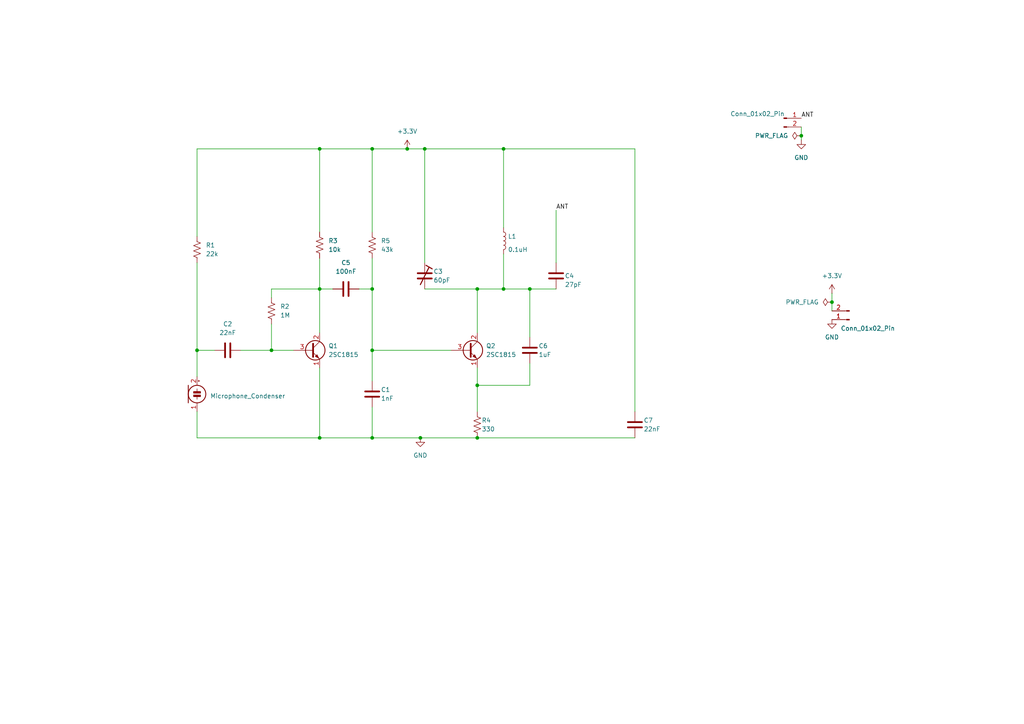
<source format=kicad_sch>
(kicad_sch
	(version 20231120)
	(generator "eeschema")
	(generator_version "8.0")
	(uuid "ddceb569-3386-4feb-ab08-e9ae1d158850")
	(paper "A4")
	(title_block
		(title "FM Trnsmitter")
		(date "2024-07-05")
		(company "Prince Lee Muhera")
	)
	(lib_symbols
		(symbol "Connector:Conn_01x02_Pin"
			(pin_names
				(offset 1.016) hide)
			(exclude_from_sim no)
			(in_bom yes)
			(on_board yes)
			(property "Reference" "J"
				(at 0 2.54 0)
				(effects
					(font
						(size 1.27 1.27)
					)
				)
			)
			(property "Value" "Conn_01x02_Pin"
				(at 0 -5.08 0)
				(effects
					(font
						(size 1.27 1.27)
					)
				)
			)
			(property "Footprint" ""
				(at 0 0 0)
				(effects
					(font
						(size 1.27 1.27)
					)
					(hide yes)
				)
			)
			(property "Datasheet" "~"
				(at 0 0 0)
				(effects
					(font
						(size 1.27 1.27)
					)
					(hide yes)
				)
			)
			(property "Description" "Generic connector, single row, 01x02, script generated"
				(at 0 0 0)
				(effects
					(font
						(size 1.27 1.27)
					)
					(hide yes)
				)
			)
			(property "ki_locked" ""
				(at 0 0 0)
				(effects
					(font
						(size 1.27 1.27)
					)
				)
			)
			(property "ki_keywords" "connector"
				(at 0 0 0)
				(effects
					(font
						(size 1.27 1.27)
					)
					(hide yes)
				)
			)
			(property "ki_fp_filters" "Connector*:*_1x??_*"
				(at 0 0 0)
				(effects
					(font
						(size 1.27 1.27)
					)
					(hide yes)
				)
			)
			(symbol "Conn_01x02_Pin_1_1"
				(polyline
					(pts
						(xy 1.27 -2.54) (xy 0.8636 -2.54)
					)
					(stroke
						(width 0.1524)
						(type default)
					)
					(fill
						(type none)
					)
				)
				(polyline
					(pts
						(xy 1.27 0) (xy 0.8636 0)
					)
					(stroke
						(width 0.1524)
						(type default)
					)
					(fill
						(type none)
					)
				)
				(rectangle
					(start 0.8636 -2.413)
					(end 0 -2.667)
					(stroke
						(width 0.1524)
						(type default)
					)
					(fill
						(type outline)
					)
				)
				(rectangle
					(start 0.8636 0.127)
					(end 0 -0.127)
					(stroke
						(width 0.1524)
						(type default)
					)
					(fill
						(type outline)
					)
				)
				(pin passive line
					(at 5.08 0 180)
					(length 3.81)
					(name "Pin_1"
						(effects
							(font
								(size 1.27 1.27)
							)
						)
					)
					(number "1"
						(effects
							(font
								(size 1.27 1.27)
							)
						)
					)
				)
				(pin passive line
					(at 5.08 -2.54 180)
					(length 3.81)
					(name "Pin_2"
						(effects
							(font
								(size 1.27 1.27)
							)
						)
					)
					(number "2"
						(effects
							(font
								(size 1.27 1.27)
							)
						)
					)
				)
			)
		)
		(symbol "Device:C"
			(pin_numbers hide)
			(pin_names
				(offset 0.254)
			)
			(exclude_from_sim no)
			(in_bom yes)
			(on_board yes)
			(property "Reference" "C"
				(at 0.635 2.54 0)
				(effects
					(font
						(size 1.27 1.27)
					)
					(justify left)
				)
			)
			(property "Value" "C"
				(at 0.635 -2.54 0)
				(effects
					(font
						(size 1.27 1.27)
					)
					(justify left)
				)
			)
			(property "Footprint" ""
				(at 0.9652 -3.81 0)
				(effects
					(font
						(size 1.27 1.27)
					)
					(hide yes)
				)
			)
			(property "Datasheet" "~"
				(at 0 0 0)
				(effects
					(font
						(size 1.27 1.27)
					)
					(hide yes)
				)
			)
			(property "Description" "Unpolarized capacitor"
				(at 0 0 0)
				(effects
					(font
						(size 1.27 1.27)
					)
					(hide yes)
				)
			)
			(property "ki_keywords" "cap capacitor"
				(at 0 0 0)
				(effects
					(font
						(size 1.27 1.27)
					)
					(hide yes)
				)
			)
			(property "ki_fp_filters" "C_*"
				(at 0 0 0)
				(effects
					(font
						(size 1.27 1.27)
					)
					(hide yes)
				)
			)
			(symbol "C_0_1"
				(polyline
					(pts
						(xy -2.032 -0.762) (xy 2.032 -0.762)
					)
					(stroke
						(width 0.508)
						(type default)
					)
					(fill
						(type none)
					)
				)
				(polyline
					(pts
						(xy -2.032 0.762) (xy 2.032 0.762)
					)
					(stroke
						(width 0.508)
						(type default)
					)
					(fill
						(type none)
					)
				)
			)
			(symbol "C_1_1"
				(pin passive line
					(at 0 3.81 270)
					(length 2.794)
					(name "~"
						(effects
							(font
								(size 1.27 1.27)
							)
						)
					)
					(number "1"
						(effects
							(font
								(size 1.27 1.27)
							)
						)
					)
				)
				(pin passive line
					(at 0 -3.81 90)
					(length 2.794)
					(name "~"
						(effects
							(font
								(size 1.27 1.27)
							)
						)
					)
					(number "2"
						(effects
							(font
								(size 1.27 1.27)
							)
						)
					)
				)
			)
		)
		(symbol "Device:C_Trim"
			(pin_numbers hide)
			(pin_names
				(offset 0.254) hide)
			(exclude_from_sim no)
			(in_bom yes)
			(on_board yes)
			(property "Reference" "C"
				(at 1.524 -2.032 0)
				(effects
					(font
						(size 1.27 1.27)
					)
				)
			)
			(property "Value" "C_Trim"
				(at 3.048 -3.556 0)
				(effects
					(font
						(size 1.27 1.27)
					)
				)
			)
			(property "Footprint" ""
				(at 0 0 0)
				(effects
					(font
						(size 1.27 1.27)
					)
					(hide yes)
				)
			)
			(property "Datasheet" "~"
				(at 0 0 0)
				(effects
					(font
						(size 1.27 1.27)
					)
					(hide yes)
				)
			)
			(property "Description" "Trimmable capacitor"
				(at 0 0 0)
				(effects
					(font
						(size 1.27 1.27)
					)
					(hide yes)
				)
			)
			(property "ki_keywords" "trimmer variable capacitor"
				(at 0 0 0)
				(effects
					(font
						(size 1.27 1.27)
					)
					(hide yes)
				)
			)
			(symbol "C_Trim_0_1"
				(polyline
					(pts
						(xy -2.032 -0.762) (xy 2.032 -0.762)
					)
					(stroke
						(width 0.508)
						(type default)
					)
					(fill
						(type none)
					)
				)
				(polyline
					(pts
						(xy -2.032 0.762) (xy 2.032 0.762)
					)
					(stroke
						(width 0.508)
						(type default)
					)
					(fill
						(type none)
					)
				)
				(polyline
					(pts
						(xy 1.27 2.54) (xy -1.27 -2.54)
					)
					(stroke
						(width 0.3048)
						(type default)
					)
					(fill
						(type none)
					)
				)
				(polyline
					(pts
						(xy 1.27 2.54) (xy 0.381 3.048)
					)
					(stroke
						(width 0.3048)
						(type default)
					)
					(fill
						(type none)
					)
				)
				(polyline
					(pts
						(xy 1.27 2.54) (xy 2.159 2.032)
					)
					(stroke
						(width 0.3048)
						(type default)
					)
					(fill
						(type none)
					)
				)
			)
			(symbol "C_Trim_1_1"
				(pin passive line
					(at 0 3.81 270)
					(length 3.048)
					(name "~"
						(effects
							(font
								(size 1.27 1.27)
							)
						)
					)
					(number "1"
						(effects
							(font
								(size 1.27 1.27)
							)
						)
					)
				)
				(pin passive line
					(at 0 -3.81 90)
					(length 3.048)
					(name "~"
						(effects
							(font
								(size 1.27 1.27)
							)
						)
					)
					(number "2"
						(effects
							(font
								(size 1.27 1.27)
							)
						)
					)
				)
			)
		)
		(symbol "Device:L"
			(pin_numbers hide)
			(pin_names
				(offset 1.016) hide)
			(exclude_from_sim no)
			(in_bom yes)
			(on_board yes)
			(property "Reference" "L"
				(at -1.27 0 90)
				(effects
					(font
						(size 1.27 1.27)
					)
				)
			)
			(property "Value" "L"
				(at 1.905 0 90)
				(effects
					(font
						(size 1.27 1.27)
					)
				)
			)
			(property "Footprint" ""
				(at 0 0 0)
				(effects
					(font
						(size 1.27 1.27)
					)
					(hide yes)
				)
			)
			(property "Datasheet" "~"
				(at 0 0 0)
				(effects
					(font
						(size 1.27 1.27)
					)
					(hide yes)
				)
			)
			(property "Description" "Inductor"
				(at 0 0 0)
				(effects
					(font
						(size 1.27 1.27)
					)
					(hide yes)
				)
			)
			(property "ki_keywords" "inductor choke coil reactor magnetic"
				(at 0 0 0)
				(effects
					(font
						(size 1.27 1.27)
					)
					(hide yes)
				)
			)
			(property "ki_fp_filters" "Choke_* *Coil* Inductor_* L_*"
				(at 0 0 0)
				(effects
					(font
						(size 1.27 1.27)
					)
					(hide yes)
				)
			)
			(symbol "L_0_1"
				(arc
					(start 0 -2.54)
					(mid 0.6323 -1.905)
					(end 0 -1.27)
					(stroke
						(width 0)
						(type default)
					)
					(fill
						(type none)
					)
				)
				(arc
					(start 0 -1.27)
					(mid 0.6323 -0.635)
					(end 0 0)
					(stroke
						(width 0)
						(type default)
					)
					(fill
						(type none)
					)
				)
				(arc
					(start 0 0)
					(mid 0.6323 0.635)
					(end 0 1.27)
					(stroke
						(width 0)
						(type default)
					)
					(fill
						(type none)
					)
				)
				(arc
					(start 0 1.27)
					(mid 0.6323 1.905)
					(end 0 2.54)
					(stroke
						(width 0)
						(type default)
					)
					(fill
						(type none)
					)
				)
			)
			(symbol "L_1_1"
				(pin passive line
					(at 0 3.81 270)
					(length 1.27)
					(name "1"
						(effects
							(font
								(size 1.27 1.27)
							)
						)
					)
					(number "1"
						(effects
							(font
								(size 1.27 1.27)
							)
						)
					)
				)
				(pin passive line
					(at 0 -3.81 90)
					(length 1.27)
					(name "2"
						(effects
							(font
								(size 1.27 1.27)
							)
						)
					)
					(number "2"
						(effects
							(font
								(size 1.27 1.27)
							)
						)
					)
				)
			)
		)
		(symbol "Device:Microphone_Condenser"
			(pin_names
				(offset 0.0254) hide)
			(exclude_from_sim no)
			(in_bom yes)
			(on_board yes)
			(property "Reference" "MK"
				(at -3.302 1.27 0)
				(effects
					(font
						(size 1.27 1.27)
					)
					(justify right)
				)
			)
			(property "Value" "Microphone_Condenser"
				(at -3.302 -0.635 0)
				(effects
					(font
						(size 1.27 1.27)
					)
					(justify right)
				)
			)
			(property "Footprint" ""
				(at 0 2.54 90)
				(effects
					(font
						(size 1.27 1.27)
					)
					(hide yes)
				)
			)
			(property "Datasheet" "~"
				(at 0 2.54 90)
				(effects
					(font
						(size 1.27 1.27)
					)
					(hide yes)
				)
			)
			(property "Description" "Condenser microphone"
				(at 0 0 0)
				(effects
					(font
						(size 1.27 1.27)
					)
					(hide yes)
				)
			)
			(property "ki_keywords" "capacitance condenser microphone"
				(at 0 0 0)
				(effects
					(font
						(size 1.27 1.27)
					)
					(hide yes)
				)
			)
			(symbol "Microphone_Condenser_0_1"
				(polyline
					(pts
						(xy -2.54 2.54) (xy -2.54 -2.54)
					)
					(stroke
						(width 0.254)
						(type default)
					)
					(fill
						(type none)
					)
				)
				(polyline
					(pts
						(xy 0 -0.762) (xy 0 -1.524)
					)
					(stroke
						(width 0)
						(type default)
					)
					(fill
						(type none)
					)
				)
				(polyline
					(pts
						(xy 0 0.762) (xy 0 1.524)
					)
					(stroke
						(width 0)
						(type default)
					)
					(fill
						(type none)
					)
				)
				(polyline
					(pts
						(xy 0.254 3.81) (xy 0.762 3.81)
					)
					(stroke
						(width 0)
						(type default)
					)
					(fill
						(type none)
					)
				)
				(polyline
					(pts
						(xy 0.508 4.064) (xy 0.508 3.556)
					)
					(stroke
						(width 0)
						(type default)
					)
					(fill
						(type none)
					)
				)
				(circle
					(center 0 0)
					(radius 2.54)
					(stroke
						(width 0.254)
						(type default)
					)
					(fill
						(type none)
					)
				)
				(rectangle
					(start 1.016 -0.254)
					(end -1.016 -0.762)
					(stroke
						(width 0)
						(type default)
					)
					(fill
						(type outline)
					)
				)
				(rectangle
					(start 1.016 0.762)
					(end -1.016 0.254)
					(stroke
						(width 0)
						(type default)
					)
					(fill
						(type outline)
					)
				)
			)
			(symbol "Microphone_Condenser_1_1"
				(pin passive line
					(at 0 -5.08 90)
					(length 2.54)
					(name "-"
						(effects
							(font
								(size 1.27 1.27)
							)
						)
					)
					(number "1"
						(effects
							(font
								(size 1.27 1.27)
							)
						)
					)
				)
				(pin passive line
					(at 0 5.08 270)
					(length 2.54)
					(name "+"
						(effects
							(font
								(size 1.27 1.27)
							)
						)
					)
					(number "2"
						(effects
							(font
								(size 1.27 1.27)
							)
						)
					)
				)
			)
		)
		(symbol "Device:R_US"
			(pin_numbers hide)
			(pin_names
				(offset 0)
			)
			(exclude_from_sim no)
			(in_bom yes)
			(on_board yes)
			(property "Reference" "R"
				(at 2.54 0 90)
				(effects
					(font
						(size 1.27 1.27)
					)
				)
			)
			(property "Value" "R_US"
				(at -2.54 0 90)
				(effects
					(font
						(size 1.27 1.27)
					)
				)
			)
			(property "Footprint" ""
				(at 1.016 -0.254 90)
				(effects
					(font
						(size 1.27 1.27)
					)
					(hide yes)
				)
			)
			(property "Datasheet" "~"
				(at 0 0 0)
				(effects
					(font
						(size 1.27 1.27)
					)
					(hide yes)
				)
			)
			(property "Description" "Resistor, US symbol"
				(at 0 0 0)
				(effects
					(font
						(size 1.27 1.27)
					)
					(hide yes)
				)
			)
			(property "ki_keywords" "R res resistor"
				(at 0 0 0)
				(effects
					(font
						(size 1.27 1.27)
					)
					(hide yes)
				)
			)
			(property "ki_fp_filters" "R_*"
				(at 0 0 0)
				(effects
					(font
						(size 1.27 1.27)
					)
					(hide yes)
				)
			)
			(symbol "R_US_0_1"
				(polyline
					(pts
						(xy 0 -2.286) (xy 0 -2.54)
					)
					(stroke
						(width 0)
						(type default)
					)
					(fill
						(type none)
					)
				)
				(polyline
					(pts
						(xy 0 2.286) (xy 0 2.54)
					)
					(stroke
						(width 0)
						(type default)
					)
					(fill
						(type none)
					)
				)
				(polyline
					(pts
						(xy 0 -0.762) (xy 1.016 -1.143) (xy 0 -1.524) (xy -1.016 -1.905) (xy 0 -2.286)
					)
					(stroke
						(width 0)
						(type default)
					)
					(fill
						(type none)
					)
				)
				(polyline
					(pts
						(xy 0 0.762) (xy 1.016 0.381) (xy 0 0) (xy -1.016 -0.381) (xy 0 -0.762)
					)
					(stroke
						(width 0)
						(type default)
					)
					(fill
						(type none)
					)
				)
				(polyline
					(pts
						(xy 0 2.286) (xy 1.016 1.905) (xy 0 1.524) (xy -1.016 1.143) (xy 0 0.762)
					)
					(stroke
						(width 0)
						(type default)
					)
					(fill
						(type none)
					)
				)
			)
			(symbol "R_US_1_1"
				(pin passive line
					(at 0 3.81 270)
					(length 1.27)
					(name "~"
						(effects
							(font
								(size 1.27 1.27)
							)
						)
					)
					(number "1"
						(effects
							(font
								(size 1.27 1.27)
							)
						)
					)
				)
				(pin passive line
					(at 0 -3.81 90)
					(length 1.27)
					(name "~"
						(effects
							(font
								(size 1.27 1.27)
							)
						)
					)
					(number "2"
						(effects
							(font
								(size 1.27 1.27)
							)
						)
					)
				)
			)
		)
		(symbol "Transistor_BJT:2SC1815"
			(pin_names
				(offset 0) hide)
			(exclude_from_sim no)
			(in_bom yes)
			(on_board yes)
			(property "Reference" "Q"
				(at 5.08 1.905 0)
				(effects
					(font
						(size 1.27 1.27)
					)
					(justify left)
				)
			)
			(property "Value" "2SC1815"
				(at 5.08 0 0)
				(effects
					(font
						(size 1.27 1.27)
					)
					(justify left)
				)
			)
			(property "Footprint" "Package_TO_SOT_THT:TO-92_Inline"
				(at 5.08 -1.905 0)
				(effects
					(font
						(size 1.27 1.27)
						(italic yes)
					)
					(justify left)
					(hide yes)
				)
			)
			(property "Datasheet" "https://media.digikey.com/pdf/Data%20Sheets/Toshiba%20PDFs/2SC1815.pdf"
				(at 0 0 0)
				(effects
					(font
						(size 1.27 1.27)
					)
					(justify left)
					(hide yes)
				)
			)
			(property "Description" "0.15A Ic, 50V Vce, Low Noise Audio NPN Transistor, TO-92"
				(at 0 0 0)
				(effects
					(font
						(size 1.27 1.27)
					)
					(hide yes)
				)
			)
			(property "ki_keywords" "Low Noise Audio NPN Transistor"
				(at 0 0 0)
				(effects
					(font
						(size 1.27 1.27)
					)
					(hide yes)
				)
			)
			(property "ki_fp_filters" "TO?92*"
				(at 0 0 0)
				(effects
					(font
						(size 1.27 1.27)
					)
					(hide yes)
				)
			)
			(symbol "2SC1815_0_1"
				(polyline
					(pts
						(xy 0 0) (xy 0.508 0)
					)
					(stroke
						(width 0)
						(type default)
					)
					(fill
						(type none)
					)
				)
				(polyline
					(pts
						(xy 0.635 0.635) (xy 2.54 2.54)
					)
					(stroke
						(width 0)
						(type default)
					)
					(fill
						(type none)
					)
				)
				(polyline
					(pts
						(xy 0.635 -0.635) (xy 2.54 -2.54) (xy 2.54 -2.54)
					)
					(stroke
						(width 0)
						(type default)
					)
					(fill
						(type none)
					)
				)
				(polyline
					(pts
						(xy 0.635 1.905) (xy 0.635 -1.905) (xy 0.635 -1.905)
					)
					(stroke
						(width 0.508)
						(type default)
					)
					(fill
						(type none)
					)
				)
				(polyline
					(pts
						(xy 1.27 -1.778) (xy 1.778 -1.27) (xy 2.286 -2.286) (xy 1.27 -1.778) (xy 1.27 -1.778)
					)
					(stroke
						(width 0)
						(type default)
					)
					(fill
						(type outline)
					)
				)
				(circle
					(center 1.27 0)
					(radius 2.8194)
					(stroke
						(width 0.254)
						(type default)
					)
					(fill
						(type none)
					)
				)
			)
			(symbol "2SC1815_1_1"
				(pin passive line
					(at 2.54 -5.08 90)
					(length 2.54)
					(name "E"
						(effects
							(font
								(size 1.27 1.27)
							)
						)
					)
					(number "1"
						(effects
							(font
								(size 1.27 1.27)
							)
						)
					)
				)
				(pin passive line
					(at 2.54 5.08 270)
					(length 2.54)
					(name "C"
						(effects
							(font
								(size 1.27 1.27)
							)
						)
					)
					(number "2"
						(effects
							(font
								(size 1.27 1.27)
							)
						)
					)
				)
				(pin input line
					(at -5.08 0 0)
					(length 5.08)
					(name "B"
						(effects
							(font
								(size 1.27 1.27)
							)
						)
					)
					(number "3"
						(effects
							(font
								(size 1.27 1.27)
							)
						)
					)
				)
			)
		)
		(symbol "power:+3.3V"
			(power)
			(pin_numbers hide)
			(pin_names
				(offset 0) hide)
			(exclude_from_sim no)
			(in_bom yes)
			(on_board yes)
			(property "Reference" "#PWR"
				(at 0 -3.81 0)
				(effects
					(font
						(size 1.27 1.27)
					)
					(hide yes)
				)
			)
			(property "Value" "+3.3V"
				(at 0 3.556 0)
				(effects
					(font
						(size 1.27 1.27)
					)
				)
			)
			(property "Footprint" ""
				(at 0 0 0)
				(effects
					(font
						(size 1.27 1.27)
					)
					(hide yes)
				)
			)
			(property "Datasheet" ""
				(at 0 0 0)
				(effects
					(font
						(size 1.27 1.27)
					)
					(hide yes)
				)
			)
			(property "Description" "Power symbol creates a global label with name \"+3.3V\""
				(at 0 0 0)
				(effects
					(font
						(size 1.27 1.27)
					)
					(hide yes)
				)
			)
			(property "ki_keywords" "global power"
				(at 0 0 0)
				(effects
					(font
						(size 1.27 1.27)
					)
					(hide yes)
				)
			)
			(symbol "+3.3V_0_1"
				(polyline
					(pts
						(xy -0.762 1.27) (xy 0 2.54)
					)
					(stroke
						(width 0)
						(type default)
					)
					(fill
						(type none)
					)
				)
				(polyline
					(pts
						(xy 0 0) (xy 0 2.54)
					)
					(stroke
						(width 0)
						(type default)
					)
					(fill
						(type none)
					)
				)
				(polyline
					(pts
						(xy 0 2.54) (xy 0.762 1.27)
					)
					(stroke
						(width 0)
						(type default)
					)
					(fill
						(type none)
					)
				)
			)
			(symbol "+3.3V_1_1"
				(pin power_in line
					(at 0 0 90)
					(length 0)
					(name "~"
						(effects
							(font
								(size 1.27 1.27)
							)
						)
					)
					(number "1"
						(effects
							(font
								(size 1.27 1.27)
							)
						)
					)
				)
			)
		)
		(symbol "power:GND"
			(power)
			(pin_numbers hide)
			(pin_names
				(offset 0) hide)
			(exclude_from_sim no)
			(in_bom yes)
			(on_board yes)
			(property "Reference" "#PWR"
				(at 0 -6.35 0)
				(effects
					(font
						(size 1.27 1.27)
					)
					(hide yes)
				)
			)
			(property "Value" "GND"
				(at 0 -3.81 0)
				(effects
					(font
						(size 1.27 1.27)
					)
				)
			)
			(property "Footprint" ""
				(at 0 0 0)
				(effects
					(font
						(size 1.27 1.27)
					)
					(hide yes)
				)
			)
			(property "Datasheet" ""
				(at 0 0 0)
				(effects
					(font
						(size 1.27 1.27)
					)
					(hide yes)
				)
			)
			(property "Description" "Power symbol creates a global label with name \"GND\" , ground"
				(at 0 0 0)
				(effects
					(font
						(size 1.27 1.27)
					)
					(hide yes)
				)
			)
			(property "ki_keywords" "global power"
				(at 0 0 0)
				(effects
					(font
						(size 1.27 1.27)
					)
					(hide yes)
				)
			)
			(symbol "GND_0_1"
				(polyline
					(pts
						(xy 0 0) (xy 0 -1.27) (xy 1.27 -1.27) (xy 0 -2.54) (xy -1.27 -1.27) (xy 0 -1.27)
					)
					(stroke
						(width 0)
						(type default)
					)
					(fill
						(type none)
					)
				)
			)
			(symbol "GND_1_1"
				(pin power_in line
					(at 0 0 270)
					(length 0)
					(name "~"
						(effects
							(font
								(size 1.27 1.27)
							)
						)
					)
					(number "1"
						(effects
							(font
								(size 1.27 1.27)
							)
						)
					)
				)
			)
		)
		(symbol "power:PWR_FLAG"
			(power)
			(pin_numbers hide)
			(pin_names
				(offset 0) hide)
			(exclude_from_sim no)
			(in_bom yes)
			(on_board yes)
			(property "Reference" "#FLG"
				(at 0 1.905 0)
				(effects
					(font
						(size 1.27 1.27)
					)
					(hide yes)
				)
			)
			(property "Value" "PWR_FLAG"
				(at 0 3.81 0)
				(effects
					(font
						(size 1.27 1.27)
					)
				)
			)
			(property "Footprint" ""
				(at 0 0 0)
				(effects
					(font
						(size 1.27 1.27)
					)
					(hide yes)
				)
			)
			(property "Datasheet" "~"
				(at 0 0 0)
				(effects
					(font
						(size 1.27 1.27)
					)
					(hide yes)
				)
			)
			(property "Description" "Special symbol for telling ERC where power comes from"
				(at 0 0 0)
				(effects
					(font
						(size 1.27 1.27)
					)
					(hide yes)
				)
			)
			(property "ki_keywords" "flag power"
				(at 0 0 0)
				(effects
					(font
						(size 1.27 1.27)
					)
					(hide yes)
				)
			)
			(symbol "PWR_FLAG_0_0"
				(pin power_out line
					(at 0 0 90)
					(length 0)
					(name "~"
						(effects
							(font
								(size 1.27 1.27)
							)
						)
					)
					(number "1"
						(effects
							(font
								(size 1.27 1.27)
							)
						)
					)
				)
			)
			(symbol "PWR_FLAG_0_1"
				(polyline
					(pts
						(xy 0 0) (xy 0 1.27) (xy -1.016 1.905) (xy 0 2.54) (xy 1.016 1.905) (xy 0 1.27)
					)
					(stroke
						(width 0)
						(type default)
					)
					(fill
						(type none)
					)
				)
			)
		)
	)
	(junction
		(at 146.05 83.82)
		(diameter 0)
		(color 0 0 0 0)
		(uuid "106058a7-918b-46d7-b2d5-6971462c8a42")
	)
	(junction
		(at 232.41 39.37)
		(diameter 0)
		(color 0 0 0 0)
		(uuid "170be6e0-09e3-4609-bf85-39c9f113a1f0")
	)
	(junction
		(at 118.11 43.18)
		(diameter 0)
		(color 0 0 0 0)
		(uuid "2d4aa6b9-7e50-4a47-9f12-f423dc66b2df")
	)
	(junction
		(at 92.71 43.18)
		(diameter 0)
		(color 0 0 0 0)
		(uuid "3a34081e-f3c4-4a93-a238-571465899a73")
	)
	(junction
		(at 153.67 83.82)
		(diameter 0)
		(color 0 0 0 0)
		(uuid "3c7093b8-79c0-48b2-8445-2504f970df13")
	)
	(junction
		(at 121.92 127)
		(diameter 0)
		(color 0 0 0 0)
		(uuid "3e2404b7-73a2-4c43-8d33-0837a75b1dc9")
	)
	(junction
		(at 138.43 111.76)
		(diameter 0)
		(color 0 0 0 0)
		(uuid "45126298-acdf-4804-9360-f3e618e070c4")
	)
	(junction
		(at 107.95 43.18)
		(diameter 0)
		(color 0 0 0 0)
		(uuid "4768df4d-4b3a-49ee-a305-b1abbb41f37b")
	)
	(junction
		(at 107.95 127)
		(diameter 0)
		(color 0 0 0 0)
		(uuid "511719a5-3974-43a2-843c-167a559e5727")
	)
	(junction
		(at 57.15 101.6)
		(diameter 0)
		(color 0 0 0 0)
		(uuid "5c03f6c7-01c9-4d16-b547-f0988a2339a9")
	)
	(junction
		(at 241.3 87.63)
		(diameter 0)
		(color 0 0 0 0)
		(uuid "6ea2bba8-f5e5-4dd8-a23d-275e66846467")
	)
	(junction
		(at 146.05 43.18)
		(diameter 0)
		(color 0 0 0 0)
		(uuid "7377f851-08f6-4800-a364-947b5a5d71fe")
	)
	(junction
		(at 107.95 83.82)
		(diameter 0)
		(color 0 0 0 0)
		(uuid "8c7fd721-9cc6-4832-94b1-421f616408b7")
	)
	(junction
		(at 78.74 101.6)
		(diameter 0)
		(color 0 0 0 0)
		(uuid "99a5a1f9-bed6-4fa6-b3b6-ad42859fa95e")
	)
	(junction
		(at 92.71 127)
		(diameter 0)
		(color 0 0 0 0)
		(uuid "af86f4fb-95a5-469f-b20e-9788df73f994")
	)
	(junction
		(at 138.43 127)
		(diameter 0)
		(color 0 0 0 0)
		(uuid "b51ff92c-310d-4efd-9e11-f41806c73361")
	)
	(junction
		(at 138.43 83.82)
		(diameter 0)
		(color 0 0 0 0)
		(uuid "ccf1a147-947b-4588-8545-133cefdf13f5")
	)
	(junction
		(at 92.71 83.82)
		(diameter 0)
		(color 0 0 0 0)
		(uuid "e678fd5e-bcf4-4308-bacc-b0c223c6dfce")
	)
	(junction
		(at 123.19 43.18)
		(diameter 0)
		(color 0 0 0 0)
		(uuid "e7bf624c-2f5d-4658-9c98-85e68867fa67")
	)
	(junction
		(at 107.95 101.6)
		(diameter 0)
		(color 0 0 0 0)
		(uuid "ea8f92f6-5feb-40d3-bc23-230df2258d80")
	)
	(wire
		(pts
			(xy 92.71 83.82) (xy 92.71 96.52)
		)
		(stroke
			(width 0)
			(type default)
		)
		(uuid "0f693dc3-35d5-444a-a466-0ecea8fc9fcb")
	)
	(wire
		(pts
			(xy 107.95 101.6) (xy 130.81 101.6)
		)
		(stroke
			(width 0)
			(type default)
		)
		(uuid "0f90a26b-62e9-41cb-a355-5ecc4e003acf")
	)
	(wire
		(pts
			(xy 69.85 101.6) (xy 78.74 101.6)
		)
		(stroke
			(width 0)
			(type default)
		)
		(uuid "11e7fd93-0b32-48ce-887e-fab011332bb9")
	)
	(wire
		(pts
			(xy 92.71 106.68) (xy 92.71 127)
		)
		(stroke
			(width 0)
			(type default)
		)
		(uuid "149472d4-d556-4ebf-b682-d26ca9257bbc")
	)
	(wire
		(pts
			(xy 241.3 85.09) (xy 241.3 87.63)
		)
		(stroke
			(width 0)
			(type default)
		)
		(uuid "1bb51503-8a32-4308-aa6a-d7b3235f0872")
	)
	(wire
		(pts
			(xy 146.05 83.82) (xy 153.67 83.82)
		)
		(stroke
			(width 0)
			(type default)
		)
		(uuid "1c05354a-ee24-4746-8640-d871ff960d27")
	)
	(wire
		(pts
			(xy 107.95 83.82) (xy 107.95 101.6)
		)
		(stroke
			(width 0)
			(type default)
		)
		(uuid "1d834844-07ef-42e7-93b1-db5216b6f38b")
	)
	(wire
		(pts
			(xy 123.19 83.82) (xy 138.43 83.82)
		)
		(stroke
			(width 0)
			(type default)
		)
		(uuid "2045aaff-e4f1-4c41-ad0f-e5a27b980f6d")
	)
	(wire
		(pts
			(xy 92.71 83.82) (xy 96.52 83.82)
		)
		(stroke
			(width 0)
			(type default)
		)
		(uuid "20cc0bdd-f64a-4698-a545-e67203466867")
	)
	(wire
		(pts
			(xy 138.43 127) (xy 184.15 127)
		)
		(stroke
			(width 0)
			(type default)
		)
		(uuid "2145139f-08a4-46bb-aa7f-22405a41ebe3")
	)
	(wire
		(pts
			(xy 107.95 83.82) (xy 107.95 74.93)
		)
		(stroke
			(width 0)
			(type default)
		)
		(uuid "21b04220-2a2a-4d1b-a53a-656f6f3345f4")
	)
	(wire
		(pts
			(xy 184.15 43.18) (xy 184.15 119.38)
		)
		(stroke
			(width 0)
			(type default)
		)
		(uuid "21cc03d2-d5a3-4860-b879-47a4e8a3657d")
	)
	(wire
		(pts
			(xy 57.15 101.6) (xy 57.15 76.2)
		)
		(stroke
			(width 0)
			(type default)
		)
		(uuid "310339c9-0b4d-419b-a8c8-bc3e21090dda")
	)
	(wire
		(pts
			(xy 78.74 83.82) (xy 92.71 83.82)
		)
		(stroke
			(width 0)
			(type default)
		)
		(uuid "33d07de9-708b-499b-a638-67f92d5a58a6")
	)
	(wire
		(pts
			(xy 146.05 43.18) (xy 123.19 43.18)
		)
		(stroke
			(width 0)
			(type default)
		)
		(uuid "341fafe1-620d-4d12-a577-ff045d97b6b1")
	)
	(wire
		(pts
			(xy 138.43 111.76) (xy 138.43 119.38)
		)
		(stroke
			(width 0)
			(type default)
		)
		(uuid "35119b4e-c6c7-4798-b3bb-db3d17ec4a53")
	)
	(wire
		(pts
			(xy 107.95 101.6) (xy 107.95 110.49)
		)
		(stroke
			(width 0)
			(type default)
		)
		(uuid "38a20719-4e5b-4a9c-9de5-f7f8b53049b0")
	)
	(wire
		(pts
			(xy 118.11 43.18) (xy 107.95 43.18)
		)
		(stroke
			(width 0)
			(type default)
		)
		(uuid "3ac6b36d-a323-49dd-b160-49a9cc27050e")
	)
	(wire
		(pts
			(xy 146.05 73.66) (xy 146.05 83.82)
		)
		(stroke
			(width 0)
			(type default)
		)
		(uuid "3cdc6777-eb80-45bc-ae85-d12ab276bd23")
	)
	(wire
		(pts
			(xy 153.67 105.41) (xy 153.67 111.76)
		)
		(stroke
			(width 0)
			(type default)
		)
		(uuid "3ee321a4-f65e-424c-827a-44e310d66002")
	)
	(wire
		(pts
			(xy 161.29 60.96) (xy 161.29 76.2)
		)
		(stroke
			(width 0)
			(type default)
		)
		(uuid "4260883b-60ee-4e8c-9e50-582d82455432")
	)
	(wire
		(pts
			(xy 153.67 111.76) (xy 138.43 111.76)
		)
		(stroke
			(width 0)
			(type default)
		)
		(uuid "4355117b-1dc1-45f4-906e-486199f72f87")
	)
	(wire
		(pts
			(xy 123.19 43.18) (xy 118.11 43.18)
		)
		(stroke
			(width 0)
			(type default)
		)
		(uuid "4f246e04-6313-408a-9834-c18b1638db0c")
	)
	(wire
		(pts
			(xy 107.95 43.18) (xy 92.71 43.18)
		)
		(stroke
			(width 0)
			(type default)
		)
		(uuid "59b79903-2752-4c62-9eb1-ba76e880a427")
	)
	(wire
		(pts
			(xy 92.71 43.18) (xy 92.71 67.31)
		)
		(stroke
			(width 0)
			(type default)
		)
		(uuid "5bb68150-5b92-4d47-beeb-2951932e0544")
	)
	(wire
		(pts
			(xy 57.15 119.38) (xy 57.15 127)
		)
		(stroke
			(width 0)
			(type default)
		)
		(uuid "5e570389-761f-4870-ac66-ad724d9ea7d8")
	)
	(wire
		(pts
			(xy 138.43 83.82) (xy 146.05 83.82)
		)
		(stroke
			(width 0)
			(type default)
		)
		(uuid "630cf73d-4cc3-4bcf-bbfd-13179e8f0ef5")
	)
	(wire
		(pts
			(xy 78.74 86.36) (xy 78.74 83.82)
		)
		(stroke
			(width 0)
			(type default)
		)
		(uuid "6d6c1fae-fc7e-4414-94d5-a0c1ae775a33")
	)
	(wire
		(pts
			(xy 123.19 43.18) (xy 123.19 76.2)
		)
		(stroke
			(width 0)
			(type default)
		)
		(uuid "80ff7627-a8fd-43e5-9d54-a3d6c8d739d3")
	)
	(wire
		(pts
			(xy 232.41 40.64) (xy 232.41 39.37)
		)
		(stroke
			(width 0)
			(type default)
		)
		(uuid "8218d785-7123-4534-be1e-9d79c79e6b9a")
	)
	(wire
		(pts
			(xy 78.74 93.98) (xy 78.74 101.6)
		)
		(stroke
			(width 0)
			(type default)
		)
		(uuid "86ffe332-af02-4ada-9c2d-6ab19e37007f")
	)
	(wire
		(pts
			(xy 153.67 83.82) (xy 161.29 83.82)
		)
		(stroke
			(width 0)
			(type default)
		)
		(uuid "87ec5057-62da-448d-9831-d1ef6124dc5c")
	)
	(wire
		(pts
			(xy 104.14 83.82) (xy 107.95 83.82)
		)
		(stroke
			(width 0)
			(type default)
		)
		(uuid "8ef07c35-a42c-4dde-adf3-af7f5c1dbc96")
	)
	(wire
		(pts
			(xy 92.71 127) (xy 107.95 127)
		)
		(stroke
			(width 0)
			(type default)
		)
		(uuid "909d441c-9b4f-4629-8905-92ee73c40172")
	)
	(wire
		(pts
			(xy 57.15 101.6) (xy 57.15 109.22)
		)
		(stroke
			(width 0)
			(type default)
		)
		(uuid "98070206-b612-4407-9e4d-d0bd6dd0e2cf")
	)
	(wire
		(pts
			(xy 241.3 87.63) (xy 241.3 90.17)
		)
		(stroke
			(width 0)
			(type default)
		)
		(uuid "9a422aef-3f77-4eee-be1b-fdd71d538f10")
	)
	(wire
		(pts
			(xy 78.74 101.6) (xy 85.09 101.6)
		)
		(stroke
			(width 0)
			(type default)
		)
		(uuid "a5c3a4e3-20ca-4721-9c0e-18ce86d5ecdc")
	)
	(wire
		(pts
			(xy 184.15 43.18) (xy 146.05 43.18)
		)
		(stroke
			(width 0)
			(type default)
		)
		(uuid "aad469a0-f49a-49fb-84ba-a25bce97635d")
	)
	(wire
		(pts
			(xy 107.95 127) (xy 121.92 127)
		)
		(stroke
			(width 0)
			(type default)
		)
		(uuid "b1208e4a-2efd-40b7-b14d-8ca7649dd424")
	)
	(wire
		(pts
			(xy 62.23 101.6) (xy 57.15 101.6)
		)
		(stroke
			(width 0)
			(type default)
		)
		(uuid "b9884539-ee2a-4b08-9558-176ffe684d01")
	)
	(wire
		(pts
			(xy 92.71 74.93) (xy 92.71 83.82)
		)
		(stroke
			(width 0)
			(type default)
		)
		(uuid "ba468e5b-6380-4cda-943e-9e36bcaa0bb4")
	)
	(wire
		(pts
			(xy 107.95 43.18) (xy 107.95 67.31)
		)
		(stroke
			(width 0)
			(type default)
		)
		(uuid "c7ca1fd2-3cf4-414b-aba4-3a30b7ec147b")
	)
	(wire
		(pts
			(xy 138.43 106.68) (xy 138.43 111.76)
		)
		(stroke
			(width 0)
			(type default)
		)
		(uuid "d9b1984f-a2fd-4dc0-9e12-457efd0fb491")
	)
	(wire
		(pts
			(xy 138.43 83.82) (xy 138.43 96.52)
		)
		(stroke
			(width 0)
			(type default)
		)
		(uuid "dba14e7d-010c-422b-979c-a050c6a06a9b")
	)
	(wire
		(pts
			(xy 232.41 39.37) (xy 232.41 36.83)
		)
		(stroke
			(width 0)
			(type default)
		)
		(uuid "dcdc6d32-283e-4b52-bdf2-608c383ca966")
	)
	(wire
		(pts
			(xy 153.67 83.82) (xy 153.67 97.79)
		)
		(stroke
			(width 0)
			(type default)
		)
		(uuid "dd68f916-c367-4b36-b77b-4fd4df760605")
	)
	(wire
		(pts
			(xy 146.05 43.18) (xy 146.05 66.04)
		)
		(stroke
			(width 0)
			(type default)
		)
		(uuid "e0f8ab55-03bf-44a4-a9bf-d166ec812600")
	)
	(wire
		(pts
			(xy 107.95 118.11) (xy 107.95 127)
		)
		(stroke
			(width 0)
			(type default)
		)
		(uuid "f08aa14f-7bbc-423b-ae4e-77b46db0ad41")
	)
	(wire
		(pts
			(xy 57.15 127) (xy 92.71 127)
		)
		(stroke
			(width 0)
			(type default)
		)
		(uuid "f18efcea-53f0-43b8-aadd-1985962340cc")
	)
	(wire
		(pts
			(xy 57.15 43.18) (xy 57.15 68.58)
		)
		(stroke
			(width 0)
			(type default)
		)
		(uuid "f30489e7-ce2c-4a86-989c-eff9ccee6316")
	)
	(wire
		(pts
			(xy 92.71 43.18) (xy 57.15 43.18)
		)
		(stroke
			(width 0)
			(type default)
		)
		(uuid "f6dd28ac-8a87-4cf2-9cb7-7459b64b8467")
	)
	(wire
		(pts
			(xy 121.92 127) (xy 138.43 127)
		)
		(stroke
			(width 0)
			(type default)
		)
		(uuid "f819234f-fbd0-4ef3-acf5-5048c36eb3e8")
	)
	(label "ANT"
		(at 232.41 34.29 0)
		(fields_autoplaced yes)
		(effects
			(font
				(size 1.27 1.27)
			)
			(justify left bottom)
		)
		(uuid "426f91fe-83bf-408c-9a2c-3daa0ae4145e")
	)
	(label "ANT"
		(at 161.29 60.96 0)
		(fields_autoplaced yes)
		(effects
			(font
				(size 1.27 1.27)
			)
			(justify left bottom)
		)
		(uuid "49f4799b-92b0-4b56-ad92-cd4ff5cabe5f")
	)
	(symbol
		(lib_id "power:GND")
		(at 232.41 40.64 0)
		(unit 1)
		(exclude_from_sim no)
		(in_bom yes)
		(on_board yes)
		(dnp no)
		(fields_autoplaced yes)
		(uuid "04671da9-e9f8-4586-85e8-aaa14a2de53d")
		(property "Reference" "#PWR01"
			(at 232.41 46.99 0)
			(effects
				(font
					(size 1.27 1.27)
				)
				(hide yes)
			)
		)
		(property "Value" "GND"
			(at 232.41 45.72 0)
			(effects
				(font
					(size 1.27 1.27)
				)
			)
		)
		(property "Footprint" ""
			(at 232.41 40.64 0)
			(effects
				(font
					(size 1.27 1.27)
				)
				(hide yes)
			)
		)
		(property "Datasheet" ""
			(at 232.41 40.64 0)
			(effects
				(font
					(size 1.27 1.27)
				)
				(hide yes)
			)
		)
		(property "Description" "Power symbol creates a global label with name \"GND\" , ground"
			(at 232.41 40.64 0)
			(effects
				(font
					(size 1.27 1.27)
				)
				(hide yes)
			)
		)
		(pin "1"
			(uuid "000d43c5-473b-47ba-ba67-7e6b921f1b92")
		)
		(instances
			(project ""
				(path "/ddceb569-3386-4feb-ab08-e9ae1d158850"
					(reference "#PWR01")
					(unit 1)
				)
			)
		)
	)
	(symbol
		(lib_id "Connector:Conn_01x02_Pin")
		(at 246.38 92.71 180)
		(unit 1)
		(exclude_from_sim no)
		(in_bom yes)
		(on_board yes)
		(dnp no)
		(uuid "06a94cc0-e9bb-449c-88ca-609885c4fa87")
		(property "Reference" "J1"
			(at 247.65 90.1699 0)
			(effects
				(font
					(size 1.27 1.27)
				)
				(justify right)
				(hide yes)
			)
		)
		(property "Value" "Conn_01x02_Pin"
			(at 243.84 95.25 0)
			(effects
				(font
					(size 1.27 1.27)
				)
				(justify right)
			)
		)
		(property "Footprint" "Connector_PinHeader_2.54mm:PinHeader_1x02_P2.54mm_Vertical"
			(at 246.38 92.71 0)
			(effects
				(font
					(size 1.27 1.27)
				)
				(hide yes)
			)
		)
		(property "Datasheet" "~"
			(at 246.38 92.71 0)
			(effects
				(font
					(size 1.27 1.27)
				)
				(hide yes)
			)
		)
		(property "Description" "Generic connector, single row, 01x02, script generated"
			(at 246.38 92.71 0)
			(effects
				(font
					(size 1.27 1.27)
				)
				(hide yes)
			)
		)
		(pin "1"
			(uuid "ed4dc229-0559-4610-85d3-767e0cf726cc")
		)
		(pin "2"
			(uuid "189c714d-8cde-4003-b9d7-7e95519ee6c5")
		)
		(instances
			(project ""
				(path "/ddceb569-3386-4feb-ab08-e9ae1d158850"
					(reference "J1")
					(unit 1)
				)
			)
		)
	)
	(symbol
		(lib_id "Device:C")
		(at 161.29 80.01 0)
		(unit 1)
		(exclude_from_sim no)
		(in_bom yes)
		(on_board yes)
		(dnp no)
		(uuid "1050218a-d94c-49c3-a8bb-4558d86bb9d7")
		(property "Reference" "C4"
			(at 163.83 80.01 0)
			(effects
				(font
					(size 1.27 1.27)
				)
				(justify left)
			)
		)
		(property "Value" "27pF"
			(at 163.83 82.55 0)
			(effects
				(font
					(size 1.27 1.27)
				)
				(justify left)
			)
		)
		(property "Footprint" "Capacitor_SMD:C_1812_4532Metric_Pad1.57x3.40mm_HandSolder"
			(at 162.2552 83.82 0)
			(effects
				(font
					(size 1.27 1.27)
				)
				(hide yes)
			)
		)
		(property "Datasheet" "~"
			(at 161.29 80.01 0)
			(effects
				(font
					(size 1.27 1.27)
				)
				(hide yes)
			)
		)
		(property "Description" "Unpolarized capacitor"
			(at 161.29 80.01 0)
			(effects
				(font
					(size 1.27 1.27)
				)
				(hide yes)
			)
		)
		(pin "2"
			(uuid "cc89427a-75bc-4342-ad8d-c146dd5f1f3b")
		)
		(pin "1"
			(uuid "5b2d3b0a-eed8-4012-9ae4-30e257b7082b")
		)
		(instances
			(project ""
				(path "/ddceb569-3386-4feb-ab08-e9ae1d158850"
					(reference "C4")
					(unit 1)
				)
			)
		)
	)
	(symbol
		(lib_id "power:GND")
		(at 121.92 127 0)
		(unit 1)
		(exclude_from_sim no)
		(in_bom yes)
		(on_board yes)
		(dnp no)
		(fields_autoplaced yes)
		(uuid "27179e43-d775-4098-8962-51c420426a60")
		(property "Reference" "#PWR02"
			(at 121.92 133.35 0)
			(effects
				(font
					(size 1.27 1.27)
				)
				(hide yes)
			)
		)
		(property "Value" "GND"
			(at 121.92 132.08 0)
			(effects
				(font
					(size 1.27 1.27)
				)
			)
		)
		(property "Footprint" ""
			(at 121.92 127 0)
			(effects
				(font
					(size 1.27 1.27)
				)
				(hide yes)
			)
		)
		(property "Datasheet" ""
			(at 121.92 127 0)
			(effects
				(font
					(size 1.27 1.27)
				)
				(hide yes)
			)
		)
		(property "Description" "Power symbol creates a global label with name \"GND\" , ground"
			(at 121.92 127 0)
			(effects
				(font
					(size 1.27 1.27)
				)
				(hide yes)
			)
		)
		(pin "1"
			(uuid "23091e13-11af-4020-924a-0986496503a6")
		)
		(instances
			(project ""
				(path "/ddceb569-3386-4feb-ab08-e9ae1d158850"
					(reference "#PWR02")
					(unit 1)
				)
			)
		)
	)
	(symbol
		(lib_id "Device:R_US")
		(at 78.74 90.17 0)
		(unit 1)
		(exclude_from_sim no)
		(in_bom yes)
		(on_board yes)
		(dnp no)
		(uuid "2dd4adbc-36bc-4077-ae04-d84c29047476")
		(property "Reference" "R2"
			(at 81.28 88.8999 0)
			(effects
				(font
					(size 1.27 1.27)
				)
				(justify left)
			)
		)
		(property "Value" "1M"
			(at 81.28 91.44 0)
			(effects
				(font
					(size 1.27 1.27)
				)
				(justify left)
			)
		)
		(property "Footprint" "Resistor_SMD:R_2512_6332Metric_Pad1.40x3.35mm_HandSolder"
			(at 79.756 90.424 90)
			(effects
				(font
					(size 1.27 1.27)
				)
				(hide yes)
			)
		)
		(property "Datasheet" "~"
			(at 78.74 90.17 0)
			(effects
				(font
					(size 1.27 1.27)
				)
				(hide yes)
			)
		)
		(property "Description" "Resistor, US symbol"
			(at 78.74 90.17 0)
			(effects
				(font
					(size 1.27 1.27)
				)
				(hide yes)
			)
		)
		(pin "1"
			(uuid "31a9aa4f-a406-4089-9797-a5e292f58d64")
		)
		(pin "2"
			(uuid "ce1308a4-9557-4595-b8be-7dce2c0a7558")
		)
		(instances
			(project "Multipurpose FM Transmitter"
				(path "/ddceb569-3386-4feb-ab08-e9ae1d158850"
					(reference "R2")
					(unit 1)
				)
			)
		)
	)
	(symbol
		(lib_id "Device:C")
		(at 107.95 114.3 180)
		(unit 1)
		(exclude_from_sim no)
		(in_bom yes)
		(on_board yes)
		(dnp no)
		(uuid "388072ee-a4b8-478f-83b7-dba962d7d11a")
		(property "Reference" "C1"
			(at 110.49 113.03 0)
			(effects
				(font
					(size 1.27 1.27)
				)
				(justify right)
			)
		)
		(property "Value" "1nF"
			(at 110.49 115.57 0)
			(effects
				(font
					(size 1.27 1.27)
				)
				(justify right)
			)
		)
		(property "Footprint" "Capacitor_SMD:C_1812_4532Metric_Pad1.57x3.40mm_HandSolder"
			(at 106.9848 110.49 0)
			(effects
				(font
					(size 1.27 1.27)
				)
				(hide yes)
			)
		)
		(property "Datasheet" "~"
			(at 107.95 114.3 0)
			(effects
				(font
					(size 1.27 1.27)
				)
				(hide yes)
			)
		)
		(property "Description" "Unpolarized capacitor"
			(at 107.95 114.3 0)
			(effects
				(font
					(size 1.27 1.27)
				)
				(hide yes)
			)
		)
		(pin "2"
			(uuid "37dffc69-bce9-4f8a-8b26-94d11ccffe34")
		)
		(pin "1"
			(uuid "7ddd3e95-d32e-4b74-b438-5e0cd0bb54af")
		)
		(instances
			(project "Multipurpose FM Transmitter"
				(path "/ddceb569-3386-4feb-ab08-e9ae1d158850"
					(reference "C1")
					(unit 1)
				)
			)
		)
	)
	(symbol
		(lib_id "Transistor_BJT:2SC1815")
		(at 90.17 101.6 0)
		(unit 1)
		(exclude_from_sim no)
		(in_bom yes)
		(on_board yes)
		(dnp no)
		(fields_autoplaced yes)
		(uuid "3b92a716-9cc7-43df-8cfe-dc37669201fb")
		(property "Reference" "Q1"
			(at 95.25 100.3299 0)
			(effects
				(font
					(size 1.27 1.27)
				)
				(justify left)
			)
		)
		(property "Value" "2SC1815"
			(at 95.25 102.8699 0)
			(effects
				(font
					(size 1.27 1.27)
				)
				(justify left)
			)
		)
		(property "Footprint" "Package_TO_SOT_THT:TO-92_Inline"
			(at 95.25 103.505 0)
			(effects
				(font
					(size 1.27 1.27)
					(italic yes)
				)
				(justify left)
				(hide yes)
			)
		)
		(property "Datasheet" "https://media.digikey.com/pdf/Data%20Sheets/Toshiba%20PDFs/2SC1815.pdf"
			(at 90.17 101.6 0)
			(effects
				(font
					(size 1.27 1.27)
				)
				(justify left)
				(hide yes)
			)
		)
		(property "Description" "0.15A Ic, 50V Vce, Low Noise Audio NPN Transistor, TO-92"
			(at 90.17 101.6 0)
			(effects
				(font
					(size 1.27 1.27)
				)
				(hide yes)
			)
		)
		(pin "2"
			(uuid "327684f2-f55c-4493-a0b7-6ab66ae31146")
		)
		(pin "3"
			(uuid "9fa46d59-9fe2-4c7a-ad9b-ddfcc2a40f49")
		)
		(pin "1"
			(uuid "09457c6a-0f41-4f5f-bbd4-f3db5344eec0")
		)
		(instances
			(project "Multipurpose FM Transmitter"
				(path "/ddceb569-3386-4feb-ab08-e9ae1d158850"
					(reference "Q1")
					(unit 1)
				)
			)
		)
	)
	(symbol
		(lib_id "Device:R_US")
		(at 138.43 123.19 0)
		(unit 1)
		(exclude_from_sim no)
		(in_bom yes)
		(on_board yes)
		(dnp no)
		(uuid "3c487504-088d-4ffa-8bad-0d23fcef3c86")
		(property "Reference" "R4"
			(at 139.7 121.92 0)
			(effects
				(font
					(size 1.27 1.27)
				)
				(justify left)
			)
		)
		(property "Value" "330"
			(at 139.7 124.46 0)
			(effects
				(font
					(size 1.27 1.27)
				)
				(justify left)
			)
		)
		(property "Footprint" "Resistor_SMD:R_2512_6332Metric_Pad1.40x3.35mm_HandSolder"
			(at 139.446 123.444 90)
			(effects
				(font
					(size 1.27 1.27)
				)
				(hide yes)
			)
		)
		(property "Datasheet" "~"
			(at 138.43 123.19 0)
			(effects
				(font
					(size 1.27 1.27)
				)
				(hide yes)
			)
		)
		(property "Description" "Resistor, US symbol"
			(at 138.43 123.19 0)
			(effects
				(font
					(size 1.27 1.27)
				)
				(hide yes)
			)
		)
		(pin "1"
			(uuid "457c13af-a439-4757-98bf-7b70f17b1053")
		)
		(pin "2"
			(uuid "f4fd7521-61ed-4fe0-afcf-3be066bfc2ee")
		)
		(instances
			(project ""
				(path "/ddceb569-3386-4feb-ab08-e9ae1d158850"
					(reference "R4")
					(unit 1)
				)
			)
		)
	)
	(symbol
		(lib_id "Device:R_US")
		(at 57.15 72.39 0)
		(unit 1)
		(exclude_from_sim no)
		(in_bom yes)
		(on_board yes)
		(dnp no)
		(uuid "46626102-af98-4c1b-b9f1-656486a658d7")
		(property "Reference" "R1"
			(at 59.69 71.1199 0)
			(effects
				(font
					(size 1.27 1.27)
				)
				(justify left)
			)
		)
		(property "Value" "22k"
			(at 59.69 73.66 0)
			(effects
				(font
					(size 1.27 1.27)
				)
				(justify left)
			)
		)
		(property "Footprint" "Resistor_SMD:R_2512_6332Metric_Pad1.40x3.35mm_HandSolder"
			(at 58.166 72.644 90)
			(effects
				(font
					(size 1.27 1.27)
				)
				(hide yes)
			)
		)
		(property "Datasheet" "~"
			(at 57.15 72.39 0)
			(effects
				(font
					(size 1.27 1.27)
				)
				(hide yes)
			)
		)
		(property "Description" "Resistor, US symbol"
			(at 57.15 72.39 0)
			(effects
				(font
					(size 1.27 1.27)
				)
				(hide yes)
			)
		)
		(pin "1"
			(uuid "30b1c32b-ce48-4c5c-afa6-fed24d1947ae")
		)
		(pin "2"
			(uuid "f226cbb9-e15d-40eb-84c9-e2089f73c6d9")
		)
		(instances
			(project "Multipurpose FM Transmitter"
				(path "/ddceb569-3386-4feb-ab08-e9ae1d158850"
					(reference "R1")
					(unit 1)
				)
			)
		)
	)
	(symbol
		(lib_id "Device:C")
		(at 153.67 101.6 0)
		(unit 1)
		(exclude_from_sim no)
		(in_bom yes)
		(on_board yes)
		(dnp no)
		(uuid "55d01ea1-c44d-46a0-bba5-395a4115c30b")
		(property "Reference" "C6"
			(at 156.21 100.33 0)
			(effects
				(font
					(size 1.27 1.27)
				)
				(justify left)
			)
		)
		(property "Value" "1uF"
			(at 156.21 102.87 0)
			(effects
				(font
					(size 1.27 1.27)
				)
				(justify left)
			)
		)
		(property "Footprint" "Capacitor_SMD:C_1812_4532Metric_Pad1.57x3.40mm_HandSolder"
			(at 154.6352 105.41 0)
			(effects
				(font
					(size 1.27 1.27)
				)
				(hide yes)
			)
		)
		(property "Datasheet" "~"
			(at 153.67 101.6 0)
			(effects
				(font
					(size 1.27 1.27)
				)
				(hide yes)
			)
		)
		(property "Description" "Unpolarized capacitor"
			(at 153.67 101.6 0)
			(effects
				(font
					(size 1.27 1.27)
				)
				(hide yes)
			)
		)
		(pin "2"
			(uuid "65dff16a-f0b7-4978-bc40-ae346c7ab44a")
		)
		(pin "1"
			(uuid "94a3d39a-0cb7-4522-9069-08a3810e9831")
		)
		(instances
			(project "Multipurpose FM Transmitter"
				(path "/ddceb569-3386-4feb-ab08-e9ae1d158850"
					(reference "C6")
					(unit 1)
				)
			)
		)
	)
	(symbol
		(lib_id "power:GND")
		(at 241.3 92.71 0)
		(unit 1)
		(exclude_from_sim no)
		(in_bom yes)
		(on_board yes)
		(dnp no)
		(fields_autoplaced yes)
		(uuid "5bb7b3d1-4388-4fb8-91d1-1ef634112e20")
		(property "Reference" "#PWR05"
			(at 241.3 99.06 0)
			(effects
				(font
					(size 1.27 1.27)
				)
				(hide yes)
			)
		)
		(property "Value" "GND"
			(at 241.3 97.79 0)
			(effects
				(font
					(size 1.27 1.27)
				)
			)
		)
		(property "Footprint" ""
			(at 241.3 92.71 0)
			(effects
				(font
					(size 1.27 1.27)
				)
				(hide yes)
			)
		)
		(property "Datasheet" ""
			(at 241.3 92.71 0)
			(effects
				(font
					(size 1.27 1.27)
				)
				(hide yes)
			)
		)
		(property "Description" "Power symbol creates a global label with name \"GND\" , ground"
			(at 241.3 92.71 0)
			(effects
				(font
					(size 1.27 1.27)
				)
				(hide yes)
			)
		)
		(pin "1"
			(uuid "23c0c070-dc85-42d5-a7de-d5ec3f129a39")
		)
		(instances
			(project "Multipurpose FM Transmitter"
				(path "/ddceb569-3386-4feb-ab08-e9ae1d158850"
					(reference "#PWR05")
					(unit 1)
				)
			)
		)
	)
	(symbol
		(lib_id "Transistor_BJT:2SC1815")
		(at 135.89 101.6 0)
		(unit 1)
		(exclude_from_sim no)
		(in_bom yes)
		(on_board yes)
		(dnp no)
		(fields_autoplaced yes)
		(uuid "6786c748-dd36-4053-84ff-7d5c96594c79")
		(property "Reference" "Q2"
			(at 140.97 100.3299 0)
			(effects
				(font
					(size 1.27 1.27)
				)
				(justify left)
			)
		)
		(property "Value" "2SC1815"
			(at 140.97 102.8699 0)
			(effects
				(font
					(size 1.27 1.27)
				)
				(justify left)
			)
		)
		(property "Footprint" "Package_TO_SOT_THT:TO-92_Inline"
			(at 140.97 103.505 0)
			(effects
				(font
					(size 1.27 1.27)
					(italic yes)
				)
				(justify left)
				(hide yes)
			)
		)
		(property "Datasheet" "https://media.digikey.com/pdf/Data%20Sheets/Toshiba%20PDFs/2SC1815.pdf"
			(at 135.89 101.6 0)
			(effects
				(font
					(size 1.27 1.27)
				)
				(justify left)
				(hide yes)
			)
		)
		(property "Description" "0.15A Ic, 50V Vce, Low Noise Audio NPN Transistor, TO-92"
			(at 135.89 101.6 0)
			(effects
				(font
					(size 1.27 1.27)
				)
				(hide yes)
			)
		)
		(pin "2"
			(uuid "a1691da7-77a5-4f01-bcc9-1a65a1baf591")
		)
		(pin "3"
			(uuid "ff9bbdfa-59b2-4a28-8342-2e0e2329ef74")
		)
		(pin "1"
			(uuid "b3d78c7d-7ae1-4837-b6b2-c74f7d4b7e89")
		)
		(instances
			(project ""
				(path "/ddceb569-3386-4feb-ab08-e9ae1d158850"
					(reference "Q2")
					(unit 1)
				)
			)
		)
	)
	(symbol
		(lib_id "Device:R_US")
		(at 92.71 71.12 0)
		(unit 1)
		(exclude_from_sim no)
		(in_bom yes)
		(on_board yes)
		(dnp no)
		(uuid "69d86a0f-3902-430a-b13f-0358de99a201")
		(property "Reference" "R3"
			(at 95.25 69.8499 0)
			(effects
				(font
					(size 1.27 1.27)
				)
				(justify left)
			)
		)
		(property "Value" "10k"
			(at 95.25 72.39 0)
			(effects
				(font
					(size 1.27 1.27)
				)
				(justify left)
			)
		)
		(property "Footprint" "Resistor_SMD:R_2512_6332Metric_Pad1.40x3.35mm_HandSolder"
			(at 93.726 71.374 90)
			(effects
				(font
					(size 1.27 1.27)
				)
				(hide yes)
			)
		)
		(property "Datasheet" "~"
			(at 92.71 71.12 0)
			(effects
				(font
					(size 1.27 1.27)
				)
				(hide yes)
			)
		)
		(property "Description" "Resistor, US symbol"
			(at 92.71 71.12 0)
			(effects
				(font
					(size 1.27 1.27)
				)
				(hide yes)
			)
		)
		(pin "1"
			(uuid "f6451c08-8168-4793-9f96-a2171687d3c6")
		)
		(pin "2"
			(uuid "563713f7-21b1-407e-bf36-f087f0513cf4")
		)
		(instances
			(project "Multipurpose FM Transmitter"
				(path "/ddceb569-3386-4feb-ab08-e9ae1d158850"
					(reference "R3")
					(unit 1)
				)
			)
		)
	)
	(symbol
		(lib_id "Connector:Conn_01x02_Pin")
		(at 227.33 34.29 0)
		(unit 1)
		(exclude_from_sim no)
		(in_bom yes)
		(on_board yes)
		(dnp no)
		(uuid "6bd2f708-837c-4867-90d1-7de2f348c441")
		(property "Reference" "J2"
			(at 227.965 29.21 0)
			(effects
				(font
					(size 1.27 1.27)
				)
				(hide yes)
			)
		)
		(property "Value" "Conn_01x02_Pin"
			(at 219.71 33.02 0)
			(effects
				(font
					(size 1.27 1.27)
				)
			)
		)
		(property "Footprint" "Connector_PinHeader_2.54mm:PinHeader_1x02_P2.54mm_Vertical"
			(at 227.33 34.29 0)
			(effects
				(font
					(size 1.27 1.27)
				)
				(hide yes)
			)
		)
		(property "Datasheet" "~"
			(at 227.33 34.29 0)
			(effects
				(font
					(size 1.27 1.27)
				)
				(hide yes)
			)
		)
		(property "Description" "Generic connector, single row, 01x02, script generated"
			(at 227.33 34.29 0)
			(effects
				(font
					(size 1.27 1.27)
				)
				(hide yes)
			)
		)
		(pin "1"
			(uuid "905e6400-2104-4705-a90b-18a207457593")
		)
		(pin "2"
			(uuid "b9703a89-e110-46c6-a5cc-c0942f626e2e")
		)
		(instances
			(project ""
				(path "/ddceb569-3386-4feb-ab08-e9ae1d158850"
					(reference "J2")
					(unit 1)
				)
			)
		)
	)
	(symbol
		(lib_id "power:+3.3V")
		(at 118.11 43.18 0)
		(unit 1)
		(exclude_from_sim no)
		(in_bom yes)
		(on_board yes)
		(dnp no)
		(fields_autoplaced yes)
		(uuid "7a4551f3-2abe-4cdb-9a09-9577421bdc3e")
		(property "Reference" "#PWR03"
			(at 118.11 46.99 0)
			(effects
				(font
					(size 1.27 1.27)
				)
				(hide yes)
			)
		)
		(property "Value" "+3.3V"
			(at 118.11 38.1 0)
			(effects
				(font
					(size 1.27 1.27)
				)
			)
		)
		(property "Footprint" ""
			(at 118.11 43.18 0)
			(effects
				(font
					(size 1.27 1.27)
				)
				(hide yes)
			)
		)
		(property "Datasheet" ""
			(at 118.11 43.18 0)
			(effects
				(font
					(size 1.27 1.27)
				)
				(hide yes)
			)
		)
		(property "Description" "Power symbol creates a global label with name \"+3.3V\""
			(at 118.11 43.18 0)
			(effects
				(font
					(size 1.27 1.27)
				)
				(hide yes)
			)
		)
		(pin "1"
			(uuid "05c25155-627f-40c6-962d-68455011985e")
		)
		(instances
			(project ""
				(path "/ddceb569-3386-4feb-ab08-e9ae1d158850"
					(reference "#PWR03")
					(unit 1)
				)
			)
		)
	)
	(symbol
		(lib_id "power:PWR_FLAG")
		(at 232.41 39.37 90)
		(unit 1)
		(exclude_from_sim no)
		(in_bom yes)
		(on_board yes)
		(dnp no)
		(fields_autoplaced yes)
		(uuid "7cb96cfb-ac36-4080-aa14-f033cd5e6849")
		(property "Reference" "#FLG01"
			(at 230.505 39.37 0)
			(effects
				(font
					(size 1.27 1.27)
				)
				(hide yes)
			)
		)
		(property "Value" "PWR_FLAG"
			(at 228.6 39.3699 90)
			(effects
				(font
					(size 1.27 1.27)
				)
				(justify left)
			)
		)
		(property "Footprint" ""
			(at 232.41 39.37 0)
			(effects
				(font
					(size 1.27 1.27)
				)
				(hide yes)
			)
		)
		(property "Datasheet" "~"
			(at 232.41 39.37 0)
			(effects
				(font
					(size 1.27 1.27)
				)
				(hide yes)
			)
		)
		(property "Description" "Special symbol for telling ERC where power comes from"
			(at 232.41 39.37 0)
			(effects
				(font
					(size 1.27 1.27)
				)
				(hide yes)
			)
		)
		(pin "1"
			(uuid "277c1b9b-ccac-48b2-9fe3-f61d3b97a958")
		)
		(instances
			(project ""
				(path "/ddceb569-3386-4feb-ab08-e9ae1d158850"
					(reference "#FLG01")
					(unit 1)
				)
			)
		)
	)
	(symbol
		(lib_id "Device:C_Trim")
		(at 123.19 80.01 0)
		(unit 1)
		(exclude_from_sim no)
		(in_bom yes)
		(on_board yes)
		(dnp no)
		(uuid "7e0f107a-d728-4584-ab2e-5432129825a1")
		(property "Reference" "C3"
			(at 125.73 78.74 0)
			(effects
				(font
					(size 1.27 1.27)
				)
				(justify left)
			)
		)
		(property "Value" "60pF"
			(at 125.73 81.28 0)
			(effects
				(font
					(size 1.27 1.27)
				)
				(justify left)
			)
		)
		(property "Footprint" "Capacitor_SMD:C_1812_4532Metric_Pad1.57x3.40mm_HandSolder"
			(at 123.19 80.01 0)
			(effects
				(font
					(size 1.27 1.27)
				)
				(hide yes)
			)
		)
		(property "Datasheet" "~"
			(at 123.19 80.01 0)
			(effects
				(font
					(size 1.27 1.27)
				)
				(hide yes)
			)
		)
		(property "Description" "Trimmable capacitor"
			(at 123.19 80.01 0)
			(effects
				(font
					(size 1.27 1.27)
				)
				(hide yes)
			)
		)
		(pin "2"
			(uuid "2ee89c34-d2fd-4733-9999-8c443f79d0bd")
		)
		(pin "1"
			(uuid "3b095c90-bf11-4da4-9406-6352796cd08d")
		)
		(instances
			(project ""
				(path "/ddceb569-3386-4feb-ab08-e9ae1d158850"
					(reference "C3")
					(unit 1)
				)
			)
		)
	)
	(symbol
		(lib_id "Device:C")
		(at 66.04 101.6 270)
		(unit 1)
		(exclude_from_sim no)
		(in_bom yes)
		(on_board yes)
		(dnp no)
		(fields_autoplaced yes)
		(uuid "81c40fa2-5890-4bf9-9b57-3d8e25b773f8")
		(property "Reference" "C2"
			(at 66.04 93.98 90)
			(effects
				(font
					(size 1.27 1.27)
				)
			)
		)
		(property "Value" "22nF"
			(at 66.04 96.52 90)
			(effects
				(font
					(size 1.27 1.27)
				)
			)
		)
		(property "Footprint" "Capacitor_SMD:C_1812_4532Metric_Pad1.57x3.40mm_HandSolder"
			(at 62.23 102.5652 0)
			(effects
				(font
					(size 1.27 1.27)
				)
				(hide yes)
			)
		)
		(property "Datasheet" "~"
			(at 66.04 101.6 0)
			(effects
				(font
					(size 1.27 1.27)
				)
				(hide yes)
			)
		)
		(property "Description" "Unpolarized capacitor"
			(at 66.04 101.6 0)
			(effects
				(font
					(size 1.27 1.27)
				)
				(hide yes)
			)
		)
		(pin "2"
			(uuid "cd68f9b5-00a4-41ef-8270-3c26e63b5814")
		)
		(pin "1"
			(uuid "817a03ab-58b5-4f04-b2e2-078bbb93c9ef")
		)
		(instances
			(project "Multipurpose FM Transmitter"
				(path "/ddceb569-3386-4feb-ab08-e9ae1d158850"
					(reference "C2")
					(unit 1)
				)
			)
		)
	)
	(symbol
		(lib_id "power:+3.3V")
		(at 241.3 85.09 0)
		(unit 1)
		(exclude_from_sim no)
		(in_bom yes)
		(on_board yes)
		(dnp no)
		(fields_autoplaced yes)
		(uuid "8c03c281-c127-4323-a3c0-5f2199bb685a")
		(property "Reference" "#PWR04"
			(at 241.3 88.9 0)
			(effects
				(font
					(size 1.27 1.27)
				)
				(hide yes)
			)
		)
		(property "Value" "+3.3V"
			(at 241.3 80.01 0)
			(effects
				(font
					(size 1.27 1.27)
				)
			)
		)
		(property "Footprint" ""
			(at 241.3 85.09 0)
			(effects
				(font
					(size 1.27 1.27)
				)
				(hide yes)
			)
		)
		(property "Datasheet" ""
			(at 241.3 85.09 0)
			(effects
				(font
					(size 1.27 1.27)
				)
				(hide yes)
			)
		)
		(property "Description" "Power symbol creates a global label with name \"+3.3V\""
			(at 241.3 85.09 0)
			(effects
				(font
					(size 1.27 1.27)
				)
				(hide yes)
			)
		)
		(pin "1"
			(uuid "d200eb9d-b0d5-4dfb-8384-4d18860afc38")
		)
		(instances
			(project "Multipurpose FM Transmitter"
				(path "/ddceb569-3386-4feb-ab08-e9ae1d158850"
					(reference "#PWR04")
					(unit 1)
				)
			)
		)
	)
	(symbol
		(lib_id "Device:L")
		(at 146.05 69.85 0)
		(unit 1)
		(exclude_from_sim no)
		(in_bom yes)
		(on_board yes)
		(dnp no)
		(uuid "b32e0732-1397-40ac-ab1a-096cce2b1485")
		(property "Reference" "L1"
			(at 147.32 68.5799 0)
			(effects
				(font
					(size 1.27 1.27)
				)
				(justify left)
			)
		)
		(property "Value" "0.1uH"
			(at 147.32 72.39 0)
			(effects
				(font
					(size 1.27 1.27)
				)
				(justify left)
			)
		)
		(property "Footprint" "Inductor_SMD:L_2010_5025Metric_Pad1.52x2.65mm_HandSolder"
			(at 146.05 69.85 0)
			(effects
				(font
					(size 1.27 1.27)
				)
				(hide yes)
			)
		)
		(property "Datasheet" "~"
			(at 146.05 69.85 0)
			(effects
				(font
					(size 1.27 1.27)
				)
				(hide yes)
			)
		)
		(property "Description" "Inductor"
			(at 146.05 69.85 0)
			(effects
				(font
					(size 1.27 1.27)
				)
				(hide yes)
			)
		)
		(pin "2"
			(uuid "5c85e064-86eb-4066-95d5-5ab50cfbab7d")
		)
		(pin "1"
			(uuid "2dae7009-1de1-45c6-95bd-72303a15fab7")
		)
		(instances
			(project ""
				(path "/ddceb569-3386-4feb-ab08-e9ae1d158850"
					(reference "L1")
					(unit 1)
				)
			)
		)
	)
	(symbol
		(lib_id "Device:C")
		(at 184.15 123.19 0)
		(unit 1)
		(exclude_from_sim no)
		(in_bom yes)
		(on_board yes)
		(dnp no)
		(uuid "b33cfad3-a00f-4232-983c-84b67622694d")
		(property "Reference" "C7"
			(at 186.69 121.92 0)
			(effects
				(font
					(size 1.27 1.27)
				)
				(justify left)
			)
		)
		(property "Value" "22nF"
			(at 186.69 124.46 0)
			(effects
				(font
					(size 1.27 1.27)
				)
				(justify left)
			)
		)
		(property "Footprint" "Capacitor_SMD:C_1812_4532Metric_Pad1.57x3.40mm_HandSolder"
			(at 185.1152 127 0)
			(effects
				(font
					(size 1.27 1.27)
				)
				(hide yes)
			)
		)
		(property "Datasheet" "~"
			(at 184.15 123.19 0)
			(effects
				(font
					(size 1.27 1.27)
				)
				(hide yes)
			)
		)
		(property "Description" "Unpolarized capacitor"
			(at 184.15 123.19 0)
			(effects
				(font
					(size 1.27 1.27)
				)
				(hide yes)
			)
		)
		(pin "2"
			(uuid "e46d5ead-4774-4585-938b-1bf3d8dc028a")
		)
		(pin "1"
			(uuid "0e333062-b52b-48a3-a389-1f3c4dd269f6")
		)
		(instances
			(project "Multipurpose FM Transmitter"
				(path "/ddceb569-3386-4feb-ab08-e9ae1d158850"
					(reference "C7")
					(unit 1)
				)
			)
		)
	)
	(symbol
		(lib_id "power:PWR_FLAG")
		(at 241.3 87.63 90)
		(unit 1)
		(exclude_from_sim no)
		(in_bom yes)
		(on_board yes)
		(dnp no)
		(fields_autoplaced yes)
		(uuid "be70dfb6-0c5f-4065-9108-eedd02e820d9")
		(property "Reference" "#FLG02"
			(at 239.395 87.63 0)
			(effects
				(font
					(size 1.27 1.27)
				)
				(hide yes)
			)
		)
		(property "Value" "PWR_FLAG"
			(at 237.49 87.6299 90)
			(effects
				(font
					(size 1.27 1.27)
				)
				(justify left)
			)
		)
		(property "Footprint" ""
			(at 241.3 87.63 0)
			(effects
				(font
					(size 1.27 1.27)
				)
				(hide yes)
			)
		)
		(property "Datasheet" "~"
			(at 241.3 87.63 0)
			(effects
				(font
					(size 1.27 1.27)
				)
				(hide yes)
			)
		)
		(property "Description" "Special symbol for telling ERC where power comes from"
			(at 241.3 87.63 0)
			(effects
				(font
					(size 1.27 1.27)
				)
				(hide yes)
			)
		)
		(pin "1"
			(uuid "4cdafaa8-dbb0-413c-ac64-f082da00d416")
		)
		(instances
			(project ""
				(path "/ddceb569-3386-4feb-ab08-e9ae1d158850"
					(reference "#FLG02")
					(unit 1)
				)
			)
		)
	)
	(symbol
		(lib_id "Device:Microphone_Condenser")
		(at 57.15 114.3 0)
		(unit 1)
		(exclude_from_sim no)
		(in_bom yes)
		(on_board yes)
		(dnp no)
		(fields_autoplaced yes)
		(uuid "d58f2583-8d7b-4b76-b295-0207eb3c486d")
		(property "Reference" "MK1"
			(at 60.96 112.3314 0)
			(effects
				(font
					(size 1.27 1.27)
				)
				(justify left)
				(hide yes)
			)
		)
		(property "Value" "Microphone_Condenser"
			(at 60.96 114.8714 0)
			(effects
				(font
					(size 1.27 1.27)
				)
				(justify left)
			)
		)
		(property "Footprint" "Sensor_Audio:POM-2244P-C3310-2-R"
			(at 57.15 111.76 90)
			(effects
				(font
					(size 1.27 1.27)
				)
				(hide yes)
			)
		)
		(property "Datasheet" "~"
			(at 57.15 111.76 90)
			(effects
				(font
					(size 1.27 1.27)
				)
				(hide yes)
			)
		)
		(property "Description" "Condenser microphone"
			(at 57.15 114.3 0)
			(effects
				(font
					(size 1.27 1.27)
				)
				(hide yes)
			)
		)
		(pin "1"
			(uuid "39862628-714e-46e9-9bc2-9b4338233a3b")
		)
		(pin "2"
			(uuid "9c99a111-cebd-40d6-b6c5-3401984f960b")
		)
		(instances
			(project ""
				(path "/ddceb569-3386-4feb-ab08-e9ae1d158850"
					(reference "MK1")
					(unit 1)
				)
			)
		)
	)
	(symbol
		(lib_id "Device:R_US")
		(at 107.95 71.12 0)
		(unit 1)
		(exclude_from_sim no)
		(in_bom yes)
		(on_board yes)
		(dnp no)
		(uuid "e838d001-27e7-4654-843b-807dfdb9788c")
		(property "Reference" "R5"
			(at 110.49 69.8499 0)
			(effects
				(font
					(size 1.27 1.27)
				)
				(justify left)
			)
		)
		(property "Value" "43k"
			(at 110.49 72.39 0)
			(effects
				(font
					(size 1.27 1.27)
				)
				(justify left)
			)
		)
		(property "Footprint" "Resistor_SMD:R_2512_6332Metric_Pad1.40x3.35mm_HandSolder"
			(at 108.966 71.374 90)
			(effects
				(font
					(size 1.27 1.27)
				)
				(hide yes)
			)
		)
		(property "Datasheet" "~"
			(at 107.95 71.12 0)
			(effects
				(font
					(size 1.27 1.27)
				)
				(hide yes)
			)
		)
		(property "Description" "Resistor, US symbol"
			(at 107.95 71.12 0)
			(effects
				(font
					(size 1.27 1.27)
				)
				(hide yes)
			)
		)
		(pin "1"
			(uuid "b229e656-0019-4b84-ba9e-67aa15d3ca3e")
		)
		(pin "2"
			(uuid "dbe5bd04-54d7-4016-b6a2-e99517e686a3")
		)
		(instances
			(project ""
				(path "/ddceb569-3386-4feb-ab08-e9ae1d158850"
					(reference "R5")
					(unit 1)
				)
			)
		)
	)
	(symbol
		(lib_id "Device:C")
		(at 100.33 83.82 90)
		(unit 1)
		(exclude_from_sim no)
		(in_bom yes)
		(on_board yes)
		(dnp no)
		(fields_autoplaced yes)
		(uuid "e89f0289-9c43-4982-87c3-5b73f61b4730")
		(property "Reference" "C5"
			(at 100.33 76.2 90)
			(effects
				(font
					(size 1.27 1.27)
				)
			)
		)
		(property "Value" "100nF"
			(at 100.33 78.74 90)
			(effects
				(font
					(size 1.27 1.27)
				)
			)
		)
		(property "Footprint" "Capacitor_SMD:C_1812_4532Metric_Pad1.57x3.40mm_HandSolder"
			(at 104.14 82.8548 0)
			(effects
				(font
					(size 1.27 1.27)
				)
				(hide yes)
			)
		)
		(property "Datasheet" "~"
			(at 100.33 83.82 0)
			(effects
				(font
					(size 1.27 1.27)
				)
				(hide yes)
			)
		)
		(property "Description" "Unpolarized capacitor"
			(at 100.33 83.82 0)
			(effects
				(font
					(size 1.27 1.27)
				)
				(hide yes)
			)
		)
		(pin "2"
			(uuid "b3819d6f-7d18-49f3-be97-99575cf3e9ab")
		)
		(pin "1"
			(uuid "995363d0-93bf-4f3d-b41d-442ae231cbad")
		)
		(instances
			(project "Multipurpose FM Transmitter"
				(path "/ddceb569-3386-4feb-ab08-e9ae1d158850"
					(reference "C5")
					(unit 1)
				)
			)
		)
	)
	(sheet_instances
		(path "/"
			(page "1")
		)
	)
)

</source>
